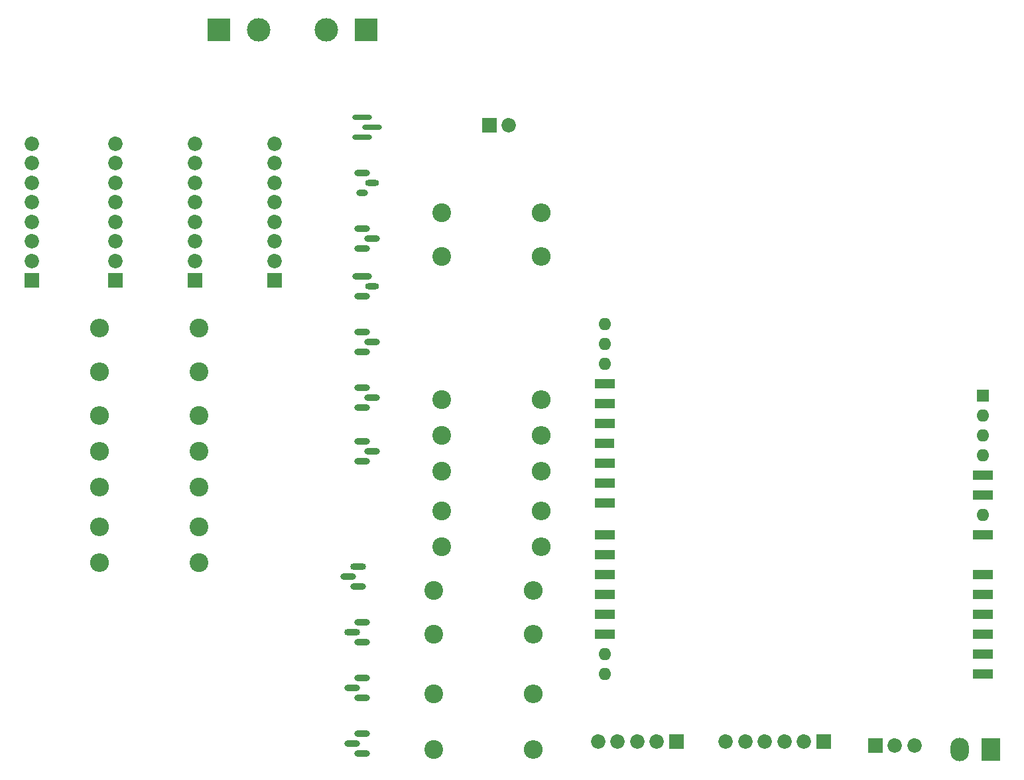
<source format=gbr>
G04 #@! TF.GenerationSoftware,KiCad,Pcbnew,(5.1.2)-2*
G04 #@! TF.CreationDate,2019-08-27T13:21:09+07:00*
G04 #@! TF.ProjectId,clock_7segment,636c6f63-6b5f-4377-9365-676d656e742e,rev?*
G04 #@! TF.SameCoordinates,Original*
G04 #@! TF.FileFunction,Copper,L1,Top*
G04 #@! TF.FilePolarity,Positive*
%FSLAX46Y46*%
G04 Gerber Fmt 4.6, Leading zero omitted, Abs format (unit mm)*
G04 Created by KiCad (PCBNEW (5.1.2)-2) date 2019-08-27 13:21:09*
%MOMM*%
%LPD*%
G04 APERTURE LIST*
%ADD10O,2.000000X0.800000*%
%ADD11O,2.500000X0.700000*%
%ADD12O,2.000000X0.900000*%
%ADD13O,1.800000X0.800000*%
%ADD14O,2.500000X0.800000*%
%ADD15O,2.400000X2.400000*%
%ADD16C,2.400000*%
%ADD17O,1.600000X1.600000*%
%ADD18R,2.500000X1.200000*%
%ADD19C,1.200000*%
%ADD20C,0.100000*%
%ADD21R,1.600000X1.600000*%
%ADD22C,1.850000*%
%ADD23R,1.850000X1.850000*%
%ADD24O,2.350000X3.000000*%
%ADD25R,2.350000X3.000000*%
%ADD26C,3.000000*%
%ADD27R,3.000000X3.000000*%
%ADD28O,1.500000X0.800000*%
G04 APERTURE END LIST*
D10*
X109728000Y-130810000D03*
X110998000Y-129540000D03*
X109728000Y-128270000D03*
X109728000Y-114300000D03*
X110998000Y-115570000D03*
X109728000Y-116840000D03*
D11*
X109728000Y-86868000D03*
X110998000Y-88138000D03*
X109728000Y-89408000D03*
D12*
X109220000Y-144272000D03*
D10*
X107950000Y-145542000D03*
X109220000Y-146812000D03*
X109728000Y-109728000D03*
D13*
X110998000Y-108458000D03*
D14*
X109728000Y-107188000D03*
D15*
X132588000Y-104648000D03*
D16*
X119888000Y-104648000D03*
D17*
X140716000Y-155448000D03*
X140716000Y-157988000D03*
X140716000Y-118368000D03*
D18*
X188976000Y-157988000D03*
X140716000Y-120908000D03*
X188976000Y-155448000D03*
X140716000Y-123448000D03*
X188976000Y-152908000D03*
X140716000Y-125988000D03*
X188976000Y-150368000D03*
D19*
X140716000Y-128528000D03*
D20*
G36*
X139466000Y-129128000D02*
G01*
X139466000Y-127928000D01*
X141966000Y-127928000D01*
X141966000Y-129128000D01*
X139466000Y-129128000D01*
X139466000Y-129128000D01*
G37*
D18*
X188976000Y-147828000D03*
X140716000Y-131068000D03*
X188976000Y-145288000D03*
X140716000Y-133608000D03*
X188976000Y-140208000D03*
X140716000Y-136148000D03*
D17*
X188976000Y-137668000D03*
D18*
X140716000Y-140208000D03*
X188976000Y-135128000D03*
X140716000Y-142748000D03*
X188976000Y-132588000D03*
X140716000Y-145288000D03*
D17*
X188976000Y-130048000D03*
D18*
X140716000Y-147828000D03*
D17*
X188976000Y-127508000D03*
D18*
X140716000Y-150368000D03*
D17*
X188976000Y-124968000D03*
D18*
X140716000Y-152908000D03*
D21*
X188976000Y-122428000D03*
D17*
X140716000Y-115828000D03*
X140716000Y-113288000D03*
D22*
X98552000Y-90196000D03*
X98552000Y-92696000D03*
X98552000Y-95196000D03*
X98552000Y-97696000D03*
X98552000Y-100196000D03*
X98552000Y-102696000D03*
X98552000Y-105196000D03*
D23*
X98552000Y-107696000D03*
X67564000Y-107696000D03*
D22*
X67564000Y-105196000D03*
X67564000Y-102696000D03*
X67564000Y-100196000D03*
X67564000Y-97696000D03*
X67564000Y-95196000D03*
X67564000Y-92696000D03*
X67564000Y-90196000D03*
X156156000Y-166624000D03*
X158656000Y-166624000D03*
X161156000Y-166624000D03*
X163656000Y-166624000D03*
X166156000Y-166624000D03*
D23*
X168656000Y-166624000D03*
D24*
X186032000Y-167640000D03*
D25*
X189992000Y-167640000D03*
D22*
X128484000Y-87884000D03*
D23*
X125984000Y-87884000D03*
D22*
X180260000Y-167132000D03*
X177760000Y-167132000D03*
D23*
X175260000Y-167132000D03*
D26*
X96520000Y-75692000D03*
D27*
X91440000Y-75692000D03*
X110236000Y-75692000D03*
D26*
X105156000Y-75692000D03*
D10*
X109728000Y-168148000D03*
X108458000Y-166878000D03*
X109728000Y-165608000D03*
X109728000Y-158496000D03*
X108458000Y-159766000D03*
X109728000Y-161036000D03*
X109728000Y-153924000D03*
D12*
X108458000Y-152654000D03*
D10*
X109728000Y-151384000D03*
X109728000Y-121412000D03*
X110998000Y-122682000D03*
X109728000Y-123952000D03*
X109728000Y-101092000D03*
X110998000Y-102362000D03*
X109728000Y-103632000D03*
D28*
X109728000Y-96520000D03*
D13*
X110998000Y-95250000D03*
D10*
X109728000Y-93980000D03*
D16*
X118872000Y-167640000D03*
D15*
X131572000Y-167640000D03*
X131572000Y-160528000D03*
D16*
X118872000Y-160528000D03*
X118872000Y-152908000D03*
D15*
X131572000Y-152908000D03*
X131572000Y-147320000D03*
D16*
X118872000Y-147320000D03*
D15*
X132588000Y-141732000D03*
D16*
X119888000Y-141732000D03*
X119888000Y-137160000D03*
D15*
X132588000Y-137160000D03*
X132588000Y-132080000D03*
D16*
X119888000Y-132080000D03*
X119888000Y-127508000D03*
D15*
X132588000Y-127508000D03*
X132588000Y-122936000D03*
D16*
X119888000Y-122936000D03*
D15*
X132588000Y-99060000D03*
D16*
X119888000Y-99060000D03*
D22*
X139860000Y-166624000D03*
X142360000Y-166624000D03*
X144860000Y-166624000D03*
X147360000Y-166624000D03*
D23*
X149860000Y-166624000D03*
D16*
X88900000Y-113792000D03*
D15*
X76200000Y-113792000D03*
X76200000Y-119380000D03*
D16*
X88900000Y-119380000D03*
D15*
X76200000Y-124968000D03*
D16*
X88900000Y-124968000D03*
X88900000Y-129540000D03*
D15*
X76200000Y-129540000D03*
X76200000Y-134112000D03*
D16*
X88900000Y-134112000D03*
X88900000Y-139192000D03*
D15*
X76200000Y-139192000D03*
X76200000Y-143764000D03*
D16*
X88900000Y-143764000D03*
D22*
X88392000Y-90196000D03*
X88392000Y-92696000D03*
X88392000Y-95196000D03*
X88392000Y-97696000D03*
X88392000Y-100196000D03*
X88392000Y-102696000D03*
X88392000Y-105196000D03*
D23*
X88392000Y-107696000D03*
X78232000Y-107696000D03*
D22*
X78232000Y-105196000D03*
X78232000Y-102696000D03*
X78232000Y-100196000D03*
X78232000Y-97696000D03*
X78232000Y-95196000D03*
X78232000Y-92696000D03*
X78232000Y-90196000D03*
M02*

</source>
